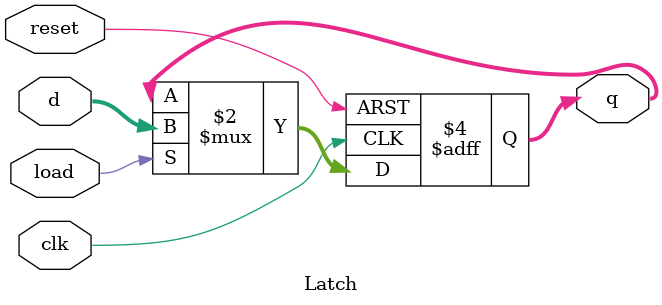
<source format=v>
module dual_latch_system (
    input clk,
    input reset,
    input [7:0] d0,
    input [7:0] d1,
    input load0,
    input load1,
    output [7:0] q0,
    output [7:0] q1
);
    Latch latch0 (
        .clk(clk),
        .reset(reset),
        .d(d0),
        .load(load0),
        .q(q0)
    );
    Latch latch1 (
        .clk(clk),
        .reset(reset),
        .d(d1),
        .load(load1),
        .q(q1)
    );
endmodule

module Latch (
    input clk,
    input reset,
    input [7:0] d,
    input load,
    output reg [7:0] q
);
    always @(posedge clk or posedge reset) begin
        if (reset) begin
            q <= 0;
        end else if (load) begin
            q <= d;
        end
    end
endmodule

</source>
